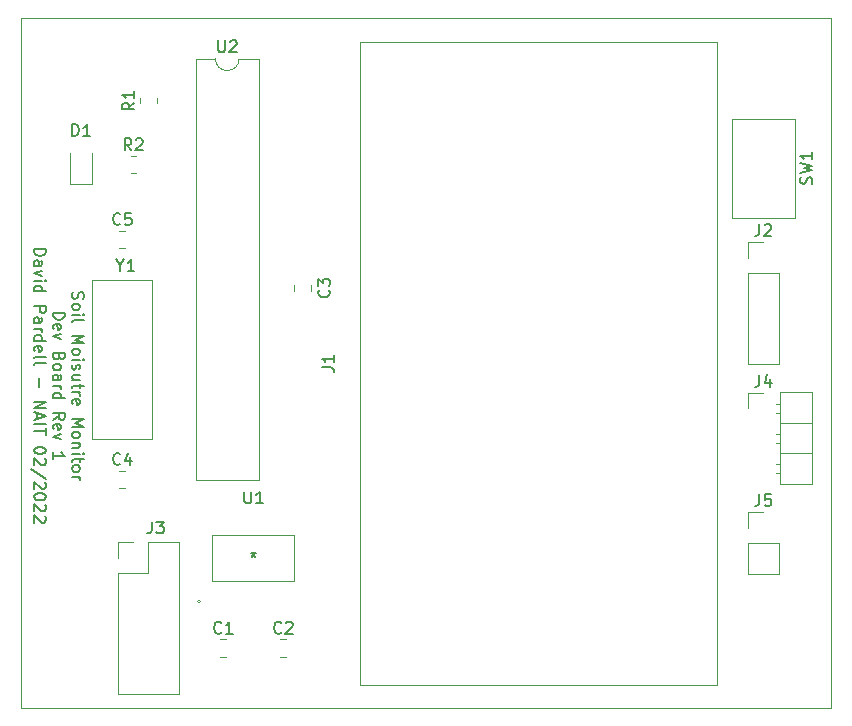
<source format=gbr>
%TF.GenerationSoftware,KiCad,Pcbnew,(6.0.0)*%
%TF.CreationDate,2022-02-18T15:42:34-07:00*%
%TF.ProjectId,SoilMoisture_Small,536f696c-4d6f-4697-9374-7572655f536d,0*%
%TF.SameCoordinates,Original*%
%TF.FileFunction,Legend,Top*%
%TF.FilePolarity,Positive*%
%FSLAX46Y46*%
G04 Gerber Fmt 4.6, Leading zero omitted, Abs format (unit mm)*
G04 Created by KiCad (PCBNEW (6.0.0)) date 2022-02-18 15:42:34*
%MOMM*%
%LPD*%
G01*
G04 APERTURE LIST*
%TA.AperFunction,Profile*%
%ADD10C,0.100000*%
%TD*%
%ADD11C,0.127000*%
%ADD12C,0.150000*%
%ADD13C,0.120000*%
G04 APERTURE END LIST*
D10*
X84455000Y-71120000D02*
X153035000Y-71120000D01*
X153035000Y-71120000D02*
X153035000Y-129540000D01*
X153035000Y-129540000D02*
X84455000Y-129540000D01*
X84455000Y-129540000D02*
X84455000Y-71120000D01*
D11*
X88835238Y-94330238D02*
X88787619Y-94473095D01*
X88787619Y-94711190D01*
X88835238Y-94806428D01*
X88882857Y-94854047D01*
X88978095Y-94901666D01*
X89073333Y-94901666D01*
X89168571Y-94854047D01*
X89216190Y-94806428D01*
X89263809Y-94711190D01*
X89311428Y-94520714D01*
X89359047Y-94425476D01*
X89406666Y-94377857D01*
X89501904Y-94330238D01*
X89597142Y-94330238D01*
X89692380Y-94377857D01*
X89740000Y-94425476D01*
X89787619Y-94520714D01*
X89787619Y-94758809D01*
X89740000Y-94901666D01*
X88787619Y-95473095D02*
X88835238Y-95377857D01*
X88882857Y-95330238D01*
X88978095Y-95282619D01*
X89263809Y-95282619D01*
X89359047Y-95330238D01*
X89406666Y-95377857D01*
X89454285Y-95473095D01*
X89454285Y-95615952D01*
X89406666Y-95711190D01*
X89359047Y-95758809D01*
X89263809Y-95806428D01*
X88978095Y-95806428D01*
X88882857Y-95758809D01*
X88835238Y-95711190D01*
X88787619Y-95615952D01*
X88787619Y-95473095D01*
X88787619Y-96235000D02*
X89454285Y-96235000D01*
X89787619Y-96235000D02*
X89740000Y-96187380D01*
X89692380Y-96235000D01*
X89740000Y-96282619D01*
X89787619Y-96235000D01*
X89692380Y-96235000D01*
X88787619Y-96854047D02*
X88835238Y-96758809D01*
X88930476Y-96711190D01*
X89787619Y-96711190D01*
X88787619Y-97996904D02*
X89787619Y-97996904D01*
X89073333Y-98330238D01*
X89787619Y-98663571D01*
X88787619Y-98663571D01*
X88787619Y-99282619D02*
X88835238Y-99187380D01*
X88882857Y-99139761D01*
X88978095Y-99092142D01*
X89263809Y-99092142D01*
X89359047Y-99139761D01*
X89406666Y-99187380D01*
X89454285Y-99282619D01*
X89454285Y-99425476D01*
X89406666Y-99520714D01*
X89359047Y-99568333D01*
X89263809Y-99615952D01*
X88978095Y-99615952D01*
X88882857Y-99568333D01*
X88835238Y-99520714D01*
X88787619Y-99425476D01*
X88787619Y-99282619D01*
X88787619Y-100044523D02*
X89454285Y-100044523D01*
X89787619Y-100044523D02*
X89740000Y-99996904D01*
X89692380Y-100044523D01*
X89740000Y-100092142D01*
X89787619Y-100044523D01*
X89692380Y-100044523D01*
X88835238Y-100473095D02*
X88787619Y-100568333D01*
X88787619Y-100758809D01*
X88835238Y-100854047D01*
X88930476Y-100901666D01*
X88978095Y-100901666D01*
X89073333Y-100854047D01*
X89120952Y-100758809D01*
X89120952Y-100615952D01*
X89168571Y-100520714D01*
X89263809Y-100473095D01*
X89311428Y-100473095D01*
X89406666Y-100520714D01*
X89454285Y-100615952D01*
X89454285Y-100758809D01*
X89406666Y-100854047D01*
X89454285Y-101758809D02*
X88787619Y-101758809D01*
X89454285Y-101330238D02*
X88930476Y-101330238D01*
X88835238Y-101377857D01*
X88787619Y-101473095D01*
X88787619Y-101615952D01*
X88835238Y-101711190D01*
X88882857Y-101758809D01*
X89454285Y-102092142D02*
X89454285Y-102473095D01*
X89787619Y-102235000D02*
X88930476Y-102235000D01*
X88835238Y-102282619D01*
X88787619Y-102377857D01*
X88787619Y-102473095D01*
X88787619Y-102806428D02*
X89454285Y-102806428D01*
X89263809Y-102806428D02*
X89359047Y-102854047D01*
X89406666Y-102901666D01*
X89454285Y-102996904D01*
X89454285Y-103092142D01*
X88835238Y-103806428D02*
X88787619Y-103711190D01*
X88787619Y-103520714D01*
X88835238Y-103425476D01*
X88930476Y-103377857D01*
X89311428Y-103377857D01*
X89406666Y-103425476D01*
X89454285Y-103520714D01*
X89454285Y-103711190D01*
X89406666Y-103806428D01*
X89311428Y-103854047D01*
X89216190Y-103854047D01*
X89120952Y-103377857D01*
X88787619Y-105044523D02*
X89787619Y-105044523D01*
X89073333Y-105377857D01*
X89787619Y-105711190D01*
X88787619Y-105711190D01*
X88787619Y-106330238D02*
X88835238Y-106235000D01*
X88882857Y-106187380D01*
X88978095Y-106139761D01*
X89263809Y-106139761D01*
X89359047Y-106187380D01*
X89406666Y-106235000D01*
X89454285Y-106330238D01*
X89454285Y-106473095D01*
X89406666Y-106568333D01*
X89359047Y-106615952D01*
X89263809Y-106663571D01*
X88978095Y-106663571D01*
X88882857Y-106615952D01*
X88835238Y-106568333D01*
X88787619Y-106473095D01*
X88787619Y-106330238D01*
X89454285Y-107092142D02*
X88787619Y-107092142D01*
X89359047Y-107092142D02*
X89406666Y-107139761D01*
X89454285Y-107235000D01*
X89454285Y-107377857D01*
X89406666Y-107473095D01*
X89311428Y-107520714D01*
X88787619Y-107520714D01*
X88787619Y-107996904D02*
X89454285Y-107996904D01*
X89787619Y-107996904D02*
X89740000Y-107949285D01*
X89692380Y-107996904D01*
X89740000Y-108044523D01*
X89787619Y-107996904D01*
X89692380Y-107996904D01*
X89454285Y-108330238D02*
X89454285Y-108711190D01*
X89787619Y-108473095D02*
X88930476Y-108473095D01*
X88835238Y-108520714D01*
X88787619Y-108615952D01*
X88787619Y-108711190D01*
X88787619Y-109187380D02*
X88835238Y-109092142D01*
X88882857Y-109044523D01*
X88978095Y-108996904D01*
X89263809Y-108996904D01*
X89359047Y-109044523D01*
X89406666Y-109092142D01*
X89454285Y-109187380D01*
X89454285Y-109330238D01*
X89406666Y-109425476D01*
X89359047Y-109473095D01*
X89263809Y-109520714D01*
X88978095Y-109520714D01*
X88882857Y-109473095D01*
X88835238Y-109425476D01*
X88787619Y-109330238D01*
X88787619Y-109187380D01*
X88787619Y-109949285D02*
X89454285Y-109949285D01*
X89263809Y-109949285D02*
X89359047Y-109996904D01*
X89406666Y-110044523D01*
X89454285Y-110139761D01*
X89454285Y-110235000D01*
X87177619Y-96068333D02*
X88177619Y-96068333D01*
X88177619Y-96306428D01*
X88130000Y-96449285D01*
X88034761Y-96544523D01*
X87939523Y-96592142D01*
X87749047Y-96639761D01*
X87606190Y-96639761D01*
X87415714Y-96592142D01*
X87320476Y-96544523D01*
X87225238Y-96449285D01*
X87177619Y-96306428D01*
X87177619Y-96068333D01*
X87225238Y-97449285D02*
X87177619Y-97354047D01*
X87177619Y-97163571D01*
X87225238Y-97068333D01*
X87320476Y-97020714D01*
X87701428Y-97020714D01*
X87796666Y-97068333D01*
X87844285Y-97163571D01*
X87844285Y-97354047D01*
X87796666Y-97449285D01*
X87701428Y-97496904D01*
X87606190Y-97496904D01*
X87510952Y-97020714D01*
X87844285Y-97830238D02*
X87177619Y-98068333D01*
X87844285Y-98306428D01*
X87701428Y-99782619D02*
X87653809Y-99925476D01*
X87606190Y-99973095D01*
X87510952Y-100020714D01*
X87368095Y-100020714D01*
X87272857Y-99973095D01*
X87225238Y-99925476D01*
X87177619Y-99830238D01*
X87177619Y-99449285D01*
X88177619Y-99449285D01*
X88177619Y-99782619D01*
X88130000Y-99877857D01*
X88082380Y-99925476D01*
X87987142Y-99973095D01*
X87891904Y-99973095D01*
X87796666Y-99925476D01*
X87749047Y-99877857D01*
X87701428Y-99782619D01*
X87701428Y-99449285D01*
X87177619Y-100592142D02*
X87225238Y-100496904D01*
X87272857Y-100449285D01*
X87368095Y-100401666D01*
X87653809Y-100401666D01*
X87749047Y-100449285D01*
X87796666Y-100496904D01*
X87844285Y-100592142D01*
X87844285Y-100735000D01*
X87796666Y-100830238D01*
X87749047Y-100877857D01*
X87653809Y-100925476D01*
X87368095Y-100925476D01*
X87272857Y-100877857D01*
X87225238Y-100830238D01*
X87177619Y-100735000D01*
X87177619Y-100592142D01*
X87177619Y-101782619D02*
X87701428Y-101782619D01*
X87796666Y-101735000D01*
X87844285Y-101639761D01*
X87844285Y-101449285D01*
X87796666Y-101354047D01*
X87225238Y-101782619D02*
X87177619Y-101687380D01*
X87177619Y-101449285D01*
X87225238Y-101354047D01*
X87320476Y-101306428D01*
X87415714Y-101306428D01*
X87510952Y-101354047D01*
X87558571Y-101449285D01*
X87558571Y-101687380D01*
X87606190Y-101782619D01*
X87177619Y-102258809D02*
X87844285Y-102258809D01*
X87653809Y-102258809D02*
X87749047Y-102306428D01*
X87796666Y-102354047D01*
X87844285Y-102449285D01*
X87844285Y-102544523D01*
X87177619Y-103306428D02*
X88177619Y-103306428D01*
X87225238Y-103306428D02*
X87177619Y-103211190D01*
X87177619Y-103020714D01*
X87225238Y-102925476D01*
X87272857Y-102877857D01*
X87368095Y-102830238D01*
X87653809Y-102830238D01*
X87749047Y-102877857D01*
X87796666Y-102925476D01*
X87844285Y-103020714D01*
X87844285Y-103211190D01*
X87796666Y-103306428D01*
X87177619Y-105115952D02*
X87653809Y-104782619D01*
X87177619Y-104544523D02*
X88177619Y-104544523D01*
X88177619Y-104925476D01*
X88130000Y-105020714D01*
X88082380Y-105068333D01*
X87987142Y-105115952D01*
X87844285Y-105115952D01*
X87749047Y-105068333D01*
X87701428Y-105020714D01*
X87653809Y-104925476D01*
X87653809Y-104544523D01*
X87225238Y-105925476D02*
X87177619Y-105830238D01*
X87177619Y-105639761D01*
X87225238Y-105544523D01*
X87320476Y-105496904D01*
X87701428Y-105496904D01*
X87796666Y-105544523D01*
X87844285Y-105639761D01*
X87844285Y-105830238D01*
X87796666Y-105925476D01*
X87701428Y-105973095D01*
X87606190Y-105973095D01*
X87510952Y-105496904D01*
X87844285Y-106306428D02*
X87177619Y-106544523D01*
X87844285Y-106782619D01*
X87177619Y-108449285D02*
X87177619Y-107877857D01*
X87177619Y-108163571D02*
X88177619Y-108163571D01*
X88034761Y-108068333D01*
X87939523Y-107973095D01*
X87891904Y-107877857D01*
X85567619Y-90687380D02*
X86567619Y-90687380D01*
X86567619Y-90925476D01*
X86520000Y-91068333D01*
X86424761Y-91163571D01*
X86329523Y-91211190D01*
X86139047Y-91258809D01*
X85996190Y-91258809D01*
X85805714Y-91211190D01*
X85710476Y-91163571D01*
X85615238Y-91068333D01*
X85567619Y-90925476D01*
X85567619Y-90687380D01*
X85567619Y-92115952D02*
X86091428Y-92115952D01*
X86186666Y-92068333D01*
X86234285Y-91973095D01*
X86234285Y-91782619D01*
X86186666Y-91687380D01*
X85615238Y-92115952D02*
X85567619Y-92020714D01*
X85567619Y-91782619D01*
X85615238Y-91687380D01*
X85710476Y-91639761D01*
X85805714Y-91639761D01*
X85900952Y-91687380D01*
X85948571Y-91782619D01*
X85948571Y-92020714D01*
X85996190Y-92115952D01*
X86234285Y-92496904D02*
X85567619Y-92735000D01*
X86234285Y-92973095D01*
X85567619Y-93354047D02*
X86234285Y-93354047D01*
X86567619Y-93354047D02*
X86520000Y-93306428D01*
X86472380Y-93354047D01*
X86520000Y-93401666D01*
X86567619Y-93354047D01*
X86472380Y-93354047D01*
X85567619Y-94258809D02*
X86567619Y-94258809D01*
X85615238Y-94258809D02*
X85567619Y-94163571D01*
X85567619Y-93973095D01*
X85615238Y-93877857D01*
X85662857Y-93830238D01*
X85758095Y-93782619D01*
X86043809Y-93782619D01*
X86139047Y-93830238D01*
X86186666Y-93877857D01*
X86234285Y-93973095D01*
X86234285Y-94163571D01*
X86186666Y-94258809D01*
X85567619Y-95496904D02*
X86567619Y-95496904D01*
X86567619Y-95877857D01*
X86520000Y-95973095D01*
X86472380Y-96020714D01*
X86377142Y-96068333D01*
X86234285Y-96068333D01*
X86139047Y-96020714D01*
X86091428Y-95973095D01*
X86043809Y-95877857D01*
X86043809Y-95496904D01*
X85567619Y-96925476D02*
X86091428Y-96925476D01*
X86186666Y-96877857D01*
X86234285Y-96782619D01*
X86234285Y-96592142D01*
X86186666Y-96496904D01*
X85615238Y-96925476D02*
X85567619Y-96830238D01*
X85567619Y-96592142D01*
X85615238Y-96496904D01*
X85710476Y-96449285D01*
X85805714Y-96449285D01*
X85900952Y-96496904D01*
X85948571Y-96592142D01*
X85948571Y-96830238D01*
X85996190Y-96925476D01*
X85567619Y-97401666D02*
X86234285Y-97401666D01*
X86043809Y-97401666D02*
X86139047Y-97449285D01*
X86186666Y-97496904D01*
X86234285Y-97592142D01*
X86234285Y-97687380D01*
X85567619Y-98449285D02*
X86567619Y-98449285D01*
X85615238Y-98449285D02*
X85567619Y-98354047D01*
X85567619Y-98163571D01*
X85615238Y-98068333D01*
X85662857Y-98020714D01*
X85758095Y-97973095D01*
X86043809Y-97973095D01*
X86139047Y-98020714D01*
X86186666Y-98068333D01*
X86234285Y-98163571D01*
X86234285Y-98354047D01*
X86186666Y-98449285D01*
X85615238Y-99306428D02*
X85567619Y-99211190D01*
X85567619Y-99020714D01*
X85615238Y-98925476D01*
X85710476Y-98877857D01*
X86091428Y-98877857D01*
X86186666Y-98925476D01*
X86234285Y-99020714D01*
X86234285Y-99211190D01*
X86186666Y-99306428D01*
X86091428Y-99354047D01*
X85996190Y-99354047D01*
X85900952Y-98877857D01*
X85567619Y-99925476D02*
X85615238Y-99830238D01*
X85710476Y-99782619D01*
X86567619Y-99782619D01*
X85567619Y-100449285D02*
X85615238Y-100354047D01*
X85710476Y-100306428D01*
X86567619Y-100306428D01*
X85948571Y-101592142D02*
X85948571Y-102354047D01*
X85567619Y-103592142D02*
X86567619Y-103592142D01*
X85567619Y-104163571D01*
X86567619Y-104163571D01*
X85853333Y-104592142D02*
X85853333Y-105068333D01*
X85567619Y-104496904D02*
X86567619Y-104830238D01*
X85567619Y-105163571D01*
X85567619Y-105496904D02*
X86567619Y-105496904D01*
X86567619Y-105830238D02*
X86567619Y-106401666D01*
X85567619Y-106115952D02*
X86567619Y-106115952D01*
X86567619Y-107687380D02*
X86567619Y-107782619D01*
X86520000Y-107877857D01*
X86472380Y-107925476D01*
X86377142Y-107973095D01*
X86186666Y-108020714D01*
X85948571Y-108020714D01*
X85758095Y-107973095D01*
X85662857Y-107925476D01*
X85615238Y-107877857D01*
X85567619Y-107782619D01*
X85567619Y-107687380D01*
X85615238Y-107592142D01*
X85662857Y-107544523D01*
X85758095Y-107496904D01*
X85948571Y-107449285D01*
X86186666Y-107449285D01*
X86377142Y-107496904D01*
X86472380Y-107544523D01*
X86520000Y-107592142D01*
X86567619Y-107687380D01*
X86472380Y-108401666D02*
X86520000Y-108449285D01*
X86567619Y-108544523D01*
X86567619Y-108782619D01*
X86520000Y-108877857D01*
X86472380Y-108925476D01*
X86377142Y-108973095D01*
X86281904Y-108973095D01*
X86139047Y-108925476D01*
X85567619Y-108354047D01*
X85567619Y-108973095D01*
X86615238Y-110115952D02*
X85329523Y-109258809D01*
X86472380Y-110401666D02*
X86520000Y-110449285D01*
X86567619Y-110544523D01*
X86567619Y-110782619D01*
X86520000Y-110877857D01*
X86472380Y-110925476D01*
X86377142Y-110973095D01*
X86281904Y-110973095D01*
X86139047Y-110925476D01*
X85567619Y-110354047D01*
X85567619Y-110973095D01*
X86567619Y-111592142D02*
X86567619Y-111687380D01*
X86520000Y-111782619D01*
X86472380Y-111830238D01*
X86377142Y-111877857D01*
X86186666Y-111925476D01*
X85948571Y-111925476D01*
X85758095Y-111877857D01*
X85662857Y-111830238D01*
X85615238Y-111782619D01*
X85567619Y-111687380D01*
X85567619Y-111592142D01*
X85615238Y-111496904D01*
X85662857Y-111449285D01*
X85758095Y-111401666D01*
X85948571Y-111354047D01*
X86186666Y-111354047D01*
X86377142Y-111401666D01*
X86472380Y-111449285D01*
X86520000Y-111496904D01*
X86567619Y-111592142D01*
X86472380Y-112306428D02*
X86520000Y-112354047D01*
X86567619Y-112449285D01*
X86567619Y-112687380D01*
X86520000Y-112782619D01*
X86472380Y-112830238D01*
X86377142Y-112877857D01*
X86281904Y-112877857D01*
X86139047Y-112830238D01*
X85567619Y-112258809D01*
X85567619Y-112877857D01*
X86472380Y-113258809D02*
X86520000Y-113306428D01*
X86567619Y-113401666D01*
X86567619Y-113639761D01*
X86520000Y-113735000D01*
X86472380Y-113782619D01*
X86377142Y-113830238D01*
X86281904Y-113830238D01*
X86139047Y-113782619D01*
X85567619Y-113211190D01*
X85567619Y-113830238D01*
D12*
%TO.C,Y1*%
X92868817Y-92051187D02*
X92868817Y-92527377D01*
X92535484Y-91527377D02*
X92868817Y-92051187D01*
X93202150Y-91527377D01*
X94059293Y-92527377D02*
X93487865Y-92527377D01*
X93773579Y-92527377D02*
X93773579Y-91527377D01*
X93678341Y-91670235D01*
X93583103Y-91765473D01*
X93487865Y-91813092D01*
%TO.C,U2*%
X101165595Y-73007380D02*
X101165595Y-73816904D01*
X101213214Y-73912142D01*
X101260833Y-73959761D01*
X101356071Y-74007380D01*
X101546547Y-74007380D01*
X101641785Y-73959761D01*
X101689404Y-73912142D01*
X101737023Y-73816904D01*
X101737023Y-73007380D01*
X102165595Y-73102619D02*
X102213214Y-73055000D01*
X102308452Y-73007380D01*
X102546547Y-73007380D01*
X102641785Y-73055000D01*
X102689404Y-73102619D01*
X102737023Y-73197857D01*
X102737023Y-73293095D01*
X102689404Y-73435952D01*
X102117976Y-74007380D01*
X102737023Y-74007380D01*
%TO.C,C1*%
X101433333Y-123137142D02*
X101385714Y-123184761D01*
X101242857Y-123232380D01*
X101147619Y-123232380D01*
X101004761Y-123184761D01*
X100909523Y-123089523D01*
X100861904Y-122994285D01*
X100814285Y-122803809D01*
X100814285Y-122660952D01*
X100861904Y-122470476D01*
X100909523Y-122375238D01*
X101004761Y-122280000D01*
X101147619Y-122232380D01*
X101242857Y-122232380D01*
X101385714Y-122280000D01*
X101433333Y-122327619D01*
X102385714Y-123232380D02*
X101814285Y-123232380D01*
X102100000Y-123232380D02*
X102100000Y-122232380D01*
X102004761Y-122375238D01*
X101909523Y-122470476D01*
X101814285Y-122518095D01*
%TO.C,J1*%
X109942380Y-100663333D02*
X110656666Y-100663333D01*
X110799523Y-100710952D01*
X110894761Y-100806190D01*
X110942380Y-100949047D01*
X110942380Y-101044285D01*
X110942380Y-99663333D02*
X110942380Y-100234761D01*
X110942380Y-99949047D02*
X109942380Y-99949047D01*
X110085238Y-100044285D01*
X110180476Y-100139523D01*
X110228095Y-100234761D01*
%TO.C,J2*%
X146986666Y-88562380D02*
X146986666Y-89276666D01*
X146939047Y-89419523D01*
X146843809Y-89514761D01*
X146700952Y-89562380D01*
X146605714Y-89562380D01*
X147415238Y-88657619D02*
X147462857Y-88610000D01*
X147558095Y-88562380D01*
X147796190Y-88562380D01*
X147891428Y-88610000D01*
X147939047Y-88657619D01*
X147986666Y-88752857D01*
X147986666Y-88848095D01*
X147939047Y-88990952D01*
X147367619Y-89562380D01*
X147986666Y-89562380D01*
%TO.C,U1*%
X103378095Y-111212380D02*
X103378095Y-112021904D01*
X103425714Y-112117142D01*
X103473333Y-112164761D01*
X103568571Y-112212380D01*
X103759047Y-112212380D01*
X103854285Y-112164761D01*
X103901904Y-112117142D01*
X103949523Y-112021904D01*
X103949523Y-111212380D01*
X104949523Y-112212380D02*
X104378095Y-112212380D01*
X104663809Y-112212380D02*
X104663809Y-111212380D01*
X104568571Y-111355238D01*
X104473333Y-111450476D01*
X104378095Y-111498095D01*
X104140000Y-116292380D02*
X104140000Y-116530476D01*
X103901904Y-116435238D02*
X104140000Y-116530476D01*
X104378095Y-116435238D01*
X103997142Y-116720952D02*
X104140000Y-116530476D01*
X104282857Y-116720952D01*
%TO.C,J3*%
X95551666Y-113752380D02*
X95551666Y-114466666D01*
X95504047Y-114609523D01*
X95408809Y-114704761D01*
X95265952Y-114752380D01*
X95170714Y-114752380D01*
X95932619Y-113752380D02*
X96551666Y-113752380D01*
X96218333Y-114133333D01*
X96361190Y-114133333D01*
X96456428Y-114180952D01*
X96504047Y-114228571D01*
X96551666Y-114323809D01*
X96551666Y-114561904D01*
X96504047Y-114657142D01*
X96456428Y-114704761D01*
X96361190Y-114752380D01*
X96075476Y-114752380D01*
X95980238Y-114704761D01*
X95932619Y-114657142D01*
%TO.C,C2*%
X106513333Y-123137142D02*
X106465714Y-123184761D01*
X106322857Y-123232380D01*
X106227619Y-123232380D01*
X106084761Y-123184761D01*
X105989523Y-123089523D01*
X105941904Y-122994285D01*
X105894285Y-122803809D01*
X105894285Y-122660952D01*
X105941904Y-122470476D01*
X105989523Y-122375238D01*
X106084761Y-122280000D01*
X106227619Y-122232380D01*
X106322857Y-122232380D01*
X106465714Y-122280000D01*
X106513333Y-122327619D01*
X106894285Y-122327619D02*
X106941904Y-122280000D01*
X107037142Y-122232380D01*
X107275238Y-122232380D01*
X107370476Y-122280000D01*
X107418095Y-122327619D01*
X107465714Y-122422857D01*
X107465714Y-122518095D01*
X107418095Y-122660952D01*
X106846666Y-123232380D01*
X107465714Y-123232380D01*
%TO.C,R1*%
X94052380Y-78274166D02*
X93576190Y-78607500D01*
X94052380Y-78845595D02*
X93052380Y-78845595D01*
X93052380Y-78464642D01*
X93100000Y-78369404D01*
X93147619Y-78321785D01*
X93242857Y-78274166D01*
X93385714Y-78274166D01*
X93480952Y-78321785D01*
X93528571Y-78369404D01*
X93576190Y-78464642D01*
X93576190Y-78845595D01*
X94052380Y-77321785D02*
X94052380Y-77893214D01*
X94052380Y-77607500D02*
X93052380Y-77607500D01*
X93195238Y-77702738D01*
X93290476Y-77797976D01*
X93338095Y-77893214D01*
%TO.C,D1*%
X88796904Y-81097380D02*
X88796904Y-80097380D01*
X89035000Y-80097380D01*
X89177857Y-80145000D01*
X89273095Y-80240238D01*
X89320714Y-80335476D01*
X89368333Y-80525952D01*
X89368333Y-80668809D01*
X89320714Y-80859285D01*
X89273095Y-80954523D01*
X89177857Y-81049761D01*
X89035000Y-81097380D01*
X88796904Y-81097380D01*
X90320714Y-81097380D02*
X89749285Y-81097380D01*
X90035000Y-81097380D02*
X90035000Y-80097380D01*
X89939761Y-80240238D01*
X89844523Y-80335476D01*
X89749285Y-80383095D01*
%TO.C,C4*%
X92870833Y-108862142D02*
X92823214Y-108909761D01*
X92680357Y-108957380D01*
X92585119Y-108957380D01*
X92442261Y-108909761D01*
X92347023Y-108814523D01*
X92299404Y-108719285D01*
X92251785Y-108528809D01*
X92251785Y-108385952D01*
X92299404Y-108195476D01*
X92347023Y-108100238D01*
X92442261Y-108005000D01*
X92585119Y-107957380D01*
X92680357Y-107957380D01*
X92823214Y-108005000D01*
X92870833Y-108052619D01*
X93727976Y-108290714D02*
X93727976Y-108957380D01*
X93489880Y-107909761D02*
X93251785Y-108624047D01*
X93870833Y-108624047D01*
%TO.C,C3*%
X110529642Y-94146666D02*
X110577261Y-94194285D01*
X110624880Y-94337142D01*
X110624880Y-94432380D01*
X110577261Y-94575238D01*
X110482023Y-94670476D01*
X110386785Y-94718095D01*
X110196309Y-94765714D01*
X110053452Y-94765714D01*
X109862976Y-94718095D01*
X109767738Y-94670476D01*
X109672500Y-94575238D01*
X109624880Y-94432380D01*
X109624880Y-94337142D01*
X109672500Y-94194285D01*
X109720119Y-94146666D01*
X109624880Y-93813333D02*
X109624880Y-93194285D01*
X110005833Y-93527619D01*
X110005833Y-93384761D01*
X110053452Y-93289523D01*
X110101071Y-93241904D01*
X110196309Y-93194285D01*
X110434404Y-93194285D01*
X110529642Y-93241904D01*
X110577261Y-93289523D01*
X110624880Y-93384761D01*
X110624880Y-93670476D01*
X110577261Y-93765714D01*
X110529642Y-93813333D01*
%TO.C,R2*%
X93813333Y-82307380D02*
X93480000Y-81831190D01*
X93241904Y-82307380D02*
X93241904Y-81307380D01*
X93622857Y-81307380D01*
X93718095Y-81355000D01*
X93765714Y-81402619D01*
X93813333Y-81497857D01*
X93813333Y-81640714D01*
X93765714Y-81735952D01*
X93718095Y-81783571D01*
X93622857Y-81831190D01*
X93241904Y-81831190D01*
X94194285Y-81402619D02*
X94241904Y-81355000D01*
X94337142Y-81307380D01*
X94575238Y-81307380D01*
X94670476Y-81355000D01*
X94718095Y-81402619D01*
X94765714Y-81497857D01*
X94765714Y-81593095D01*
X94718095Y-81735952D01*
X94146666Y-82307380D01*
X94765714Y-82307380D01*
%TO.C,J4*%
X146986666Y-101322380D02*
X146986666Y-102036666D01*
X146939047Y-102179523D01*
X146843809Y-102274761D01*
X146700952Y-102322380D01*
X146605714Y-102322380D01*
X147891428Y-101655714D02*
X147891428Y-102322380D01*
X147653333Y-101274761D02*
X147415238Y-101989047D01*
X148034285Y-101989047D01*
%TO.C,C5*%
X92870833Y-88542142D02*
X92823214Y-88589761D01*
X92680357Y-88637380D01*
X92585119Y-88637380D01*
X92442261Y-88589761D01*
X92347023Y-88494523D01*
X92299404Y-88399285D01*
X92251785Y-88208809D01*
X92251785Y-88065952D01*
X92299404Y-87875476D01*
X92347023Y-87780238D01*
X92442261Y-87685000D01*
X92585119Y-87637380D01*
X92680357Y-87637380D01*
X92823214Y-87685000D01*
X92870833Y-87732619D01*
X93775595Y-87637380D02*
X93299404Y-87637380D01*
X93251785Y-88113571D01*
X93299404Y-88065952D01*
X93394642Y-88018333D01*
X93632738Y-88018333D01*
X93727976Y-88065952D01*
X93775595Y-88113571D01*
X93823214Y-88208809D01*
X93823214Y-88446904D01*
X93775595Y-88542142D01*
X93727976Y-88589761D01*
X93632738Y-88637380D01*
X93394642Y-88637380D01*
X93299404Y-88589761D01*
X93251785Y-88542142D01*
%TO.C,SW1*%
X151407761Y-85153333D02*
X151455380Y-85010476D01*
X151455380Y-84772380D01*
X151407761Y-84677142D01*
X151360142Y-84629523D01*
X151264904Y-84581904D01*
X151169666Y-84581904D01*
X151074428Y-84629523D01*
X151026809Y-84677142D01*
X150979190Y-84772380D01*
X150931571Y-84962857D01*
X150883952Y-85058095D01*
X150836333Y-85105714D01*
X150741095Y-85153333D01*
X150645857Y-85153333D01*
X150550619Y-85105714D01*
X150503000Y-85058095D01*
X150455380Y-84962857D01*
X150455380Y-84724761D01*
X150503000Y-84581904D01*
X150455380Y-84248571D02*
X151455380Y-84010476D01*
X150741095Y-83820000D01*
X151455380Y-83629523D01*
X150455380Y-83391428D01*
X151455380Y-82486666D02*
X151455380Y-83058095D01*
X151455380Y-82772380D02*
X150455380Y-82772380D01*
X150598238Y-82867619D01*
X150693476Y-82962857D01*
X150741095Y-83058095D01*
%TO.C,J5*%
X146986666Y-111422380D02*
X146986666Y-112136666D01*
X146939047Y-112279523D01*
X146843809Y-112374761D01*
X146700952Y-112422380D01*
X146605714Y-112422380D01*
X147939047Y-111422380D02*
X147462857Y-111422380D01*
X147415238Y-111898571D01*
X147462857Y-111850952D01*
X147558095Y-111803333D01*
X147796190Y-111803333D01*
X147891428Y-111850952D01*
X147939047Y-111898571D01*
X147986666Y-111993809D01*
X147986666Y-112231904D01*
X147939047Y-112327142D01*
X147891428Y-112374761D01*
X147796190Y-112422380D01*
X147558095Y-112422380D01*
X147462857Y-112374761D01*
X147415238Y-112327142D01*
D13*
%TO.C,Y1*%
X95587508Y-93324997D02*
X90487508Y-93324997D01*
X95577508Y-106755997D02*
X95587508Y-93324997D01*
X95577508Y-106755997D02*
X90497508Y-106755997D01*
X90497508Y-106755997D02*
X90487508Y-105924997D01*
X90487508Y-93324997D02*
X90487508Y-105924997D01*
%TO.C,U2*%
X104577500Y-74555000D02*
X102927500Y-74555000D01*
X99277500Y-74555000D02*
X99277500Y-110235000D01*
X104577500Y-110235000D02*
X104577500Y-74555000D01*
X100927500Y-74555000D02*
X99277500Y-74555000D01*
X99277500Y-110235000D02*
X104577500Y-110235000D01*
X100927500Y-74555000D02*
G75*
G03*
X102927500Y-74555000I1000000J0D01*
G01*
%TO.C,C1*%
X101338748Y-125195000D02*
X101861252Y-125195000D01*
X101338748Y-123725000D02*
X101861252Y-123725000D01*
%TO.C,J1*%
X113170000Y-127600000D02*
X113170000Y-73100000D01*
X143370000Y-73100000D02*
X143370000Y-127600000D01*
X143370000Y-127600000D02*
X113170000Y-127600000D01*
X113170000Y-73100000D02*
X143370000Y-73100000D01*
%TO.C,J2*%
X145990000Y-92710000D02*
X145990000Y-100390000D01*
X145990000Y-91440000D02*
X145990000Y-90110000D01*
X148650000Y-92710000D02*
X148650000Y-100390000D01*
X145990000Y-90110000D02*
X147320000Y-90110000D01*
X145990000Y-92710000D02*
X148650000Y-92710000D01*
X145990000Y-100390000D02*
X148650000Y-100390000D01*
%TO.C,U1*%
X107617001Y-114863000D02*
X100662999Y-114863000D01*
X107617001Y-118817000D02*
X107617001Y-114863000D01*
X100662999Y-118817000D02*
X107617001Y-118817000D01*
X100662999Y-114863000D02*
X100662999Y-118817000D01*
X99647000Y-120490000D02*
G75*
G03*
X99647000Y-120490000I-127000J0D01*
G01*
%TO.C,J3*%
X92650000Y-118110000D02*
X92650000Y-128330000D01*
X92650000Y-115510000D02*
X93980000Y-115510000D01*
X95250000Y-115510000D02*
X97850000Y-115510000D01*
X92650000Y-116840000D02*
X92650000Y-115510000D01*
X97850000Y-115510000D02*
X97850000Y-128330000D01*
X95250000Y-118110000D02*
X95250000Y-115510000D01*
X92650000Y-118110000D02*
X95250000Y-118110000D01*
X92650000Y-128330000D02*
X97850000Y-128330000D01*
%TO.C,C2*%
X106418748Y-123725000D02*
X106941252Y-123725000D01*
X106418748Y-125195000D02*
X106941252Y-125195000D01*
%TO.C,R1*%
X94515000Y-78334564D02*
X94515000Y-77880436D01*
X95985000Y-78334564D02*
X95985000Y-77880436D01*
%TO.C,D1*%
X90495000Y-85190000D02*
X90495000Y-82505000D01*
X88575000Y-82505000D02*
X88575000Y-85190000D01*
X88575000Y-85190000D02*
X90495000Y-85190000D01*
%TO.C,C4*%
X92776248Y-110920000D02*
X93298752Y-110920000D01*
X92776248Y-109450000D02*
X93298752Y-109450000D01*
%TO.C,C3*%
X109012500Y-94241252D02*
X109012500Y-93718748D01*
X107542500Y-94241252D02*
X107542500Y-93718748D01*
%TO.C,R2*%
X93752936Y-84240000D02*
X94207064Y-84240000D01*
X93752936Y-82770000D02*
X94207064Y-82770000D01*
%TO.C,J4*%
X148362929Y-107060000D02*
X148760000Y-107060000D01*
X148760000Y-107950000D02*
X151420000Y-107950000D01*
X148430000Y-104520000D02*
X148760000Y-104520000D01*
X148362929Y-109600000D02*
X148760000Y-109600000D01*
X151420000Y-110550000D02*
X151420000Y-102810000D01*
X148760000Y-110550000D02*
X151420000Y-110550000D01*
X148760000Y-105410000D02*
X151420000Y-105410000D01*
X148760000Y-102810000D02*
X148760000Y-110550000D01*
X146050000Y-104140000D02*
X146050000Y-102870000D01*
X148362929Y-108840000D02*
X148760000Y-108840000D01*
X146050000Y-102870000D02*
X147320000Y-102870000D01*
X148430000Y-103760000D02*
X148760000Y-103760000D01*
X148362929Y-106300000D02*
X148760000Y-106300000D01*
X151420000Y-102810000D02*
X148760000Y-102810000D01*
%TO.C,C5*%
X92776248Y-89130000D02*
X93298752Y-89130000D01*
X92776248Y-90600000D02*
X93298752Y-90600000D01*
%TO.C,SW1*%
X144670000Y-79620000D02*
X149970000Y-79620000D01*
X149970000Y-79620000D02*
X149970000Y-88020000D01*
X149970000Y-88020000D02*
X144670000Y-88020000D01*
X144670000Y-88020000D02*
X144670000Y-79620000D01*
%TO.C,J5*%
X145990000Y-114300000D02*
X145990000Y-112970000D01*
X145990000Y-112970000D02*
X147320000Y-112970000D01*
X145990000Y-118170000D02*
X148650000Y-118170000D01*
X145990000Y-115570000D02*
X148650000Y-115570000D01*
X148650000Y-115570000D02*
X148650000Y-118170000D01*
X145990000Y-115570000D02*
X145990000Y-118170000D01*
%TD*%
M02*

</source>
